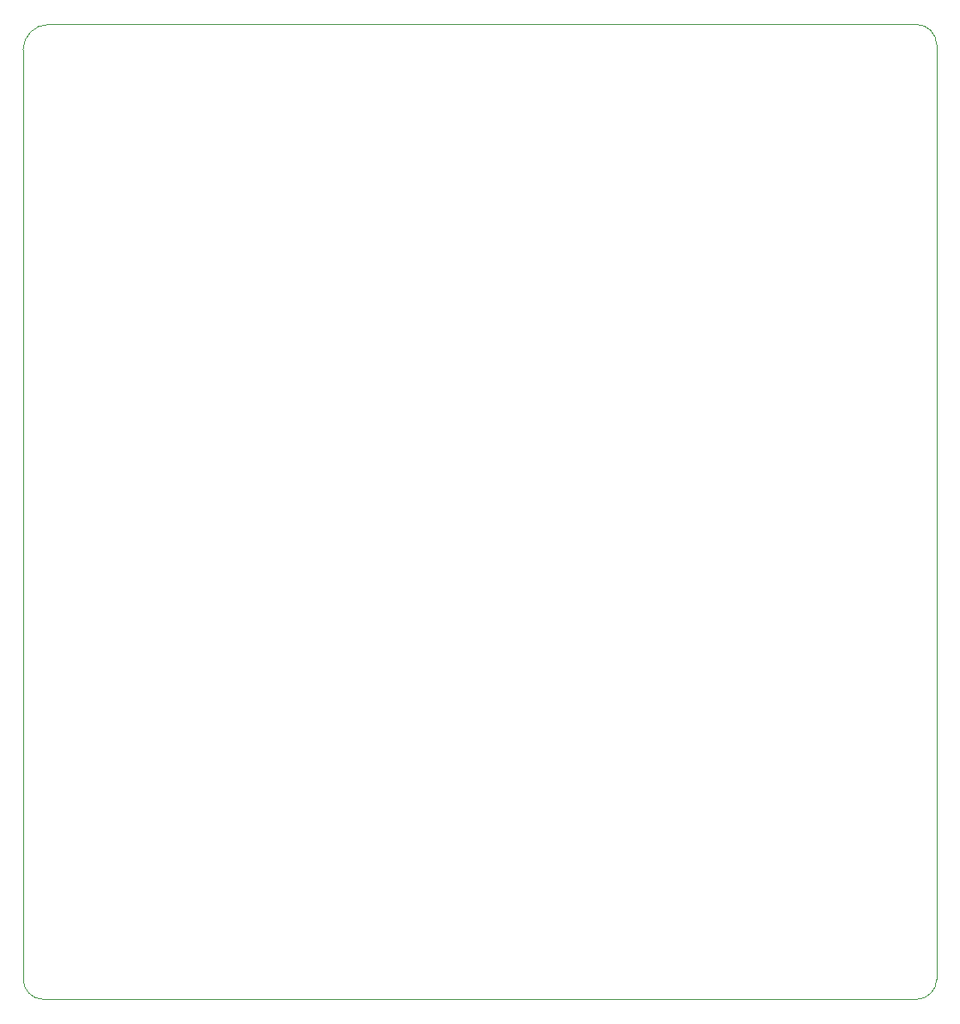
<source format=gm1>
%TF.GenerationSoftware,KiCad,Pcbnew,6.0.7*%
%TF.CreationDate,2022-11-21T22:22:27-06:00*%
%TF.ProjectId,CubesatPwrBoard,43756265-7361-4745-9077-72426f617264,rev?*%
%TF.SameCoordinates,Original*%
%TF.FileFunction,Profile,NP*%
%FSLAX46Y46*%
G04 Gerber Fmt 4.6, Leading zero omitted, Abs format (unit mm)*
G04 Created by KiCad (PCBNEW 6.0.7) date 2022-11-21 22:22:27*
%MOMM*%
%LPD*%
G01*
G04 APERTURE LIST*
%TA.AperFunction,Profile*%
%ADD10C,0.050000*%
%TD*%
G04 APERTURE END LIST*
D10*
X106650000Y-139500000D02*
X106650000Y-48000000D01*
X194650000Y-141500000D02*
G75*
G03*
X196650000Y-139500000I0J2000000D01*
G01*
X109150000Y-45500000D02*
X194650000Y-45500000D01*
X196650000Y-47500000D02*
G75*
G03*
X194650000Y-45500000I-2000000J0D01*
G01*
X108650000Y-141500000D02*
X194650000Y-141500000D01*
X106650000Y-139500000D02*
G75*
G03*
X108650000Y-141500000I2000000J0D01*
G01*
X109150000Y-45500000D02*
G75*
G03*
X106650000Y-48000000I0J-2500000D01*
G01*
X196650000Y-139500000D02*
X196650000Y-47500000D01*
M02*

</source>
